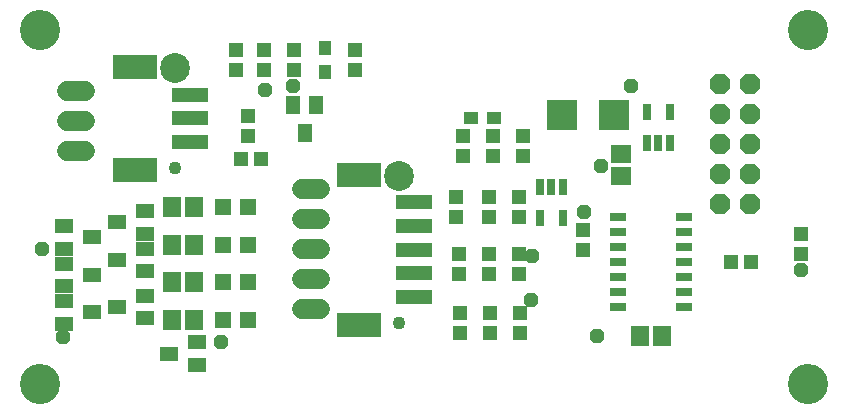
<source format=gbr>
G04 EAGLE Gerber RS-274X export*
G75*
%MOMM*%
%FSLAX34Y34*%
%LPD*%
%INSoldermask Top*%
%IPPOS*%
%AMOC8*
5,1,8,0,0,1.08239X$1,22.5*%
G01*
%ADD10C,3.403200*%
%ADD11R,1.303200X1.203200*%
%ADD12R,1.203200X1.303200*%
%ADD13R,1.403200X0.803200*%
%ADD14R,2.603200X2.603200*%
%ADD15R,1.703200X1.503200*%
%ADD16P,1.869504X8X112.500000*%
%ADD17R,1.503200X1.703200*%
%ADD18R,1.603200X1.203200*%
%ADD19R,1.203200X1.603200*%
%ADD20R,1.403200X1.403200*%
%ADD21R,1.203200X1.003200*%
%ADD22R,1.003200X1.203200*%
%ADD23C,1.727200*%
%ADD24R,0.753200X1.403200*%
%ADD25R,3.103200X1.203200*%
%ADD26R,3.803200X2.003200*%
%ADD27C,2.529200*%
%ADD28C,1.103200*%
%ADD29P,1.309259X8X22.500000*%


D10*
X25000Y325000D03*
X25000Y25000D03*
X675000Y25000D03*
X675000Y325000D03*
D11*
X377150Y183550D03*
X377150Y166550D03*
X379150Y118450D03*
X379150Y135450D03*
X380150Y68350D03*
X380150Y85350D03*
D12*
X430950Y68350D03*
X430950Y85350D03*
X429950Y118450D03*
X429950Y135450D03*
X429950Y166550D03*
X429950Y183550D03*
D11*
X405550Y68350D03*
X405550Y85350D03*
X404550Y118450D03*
X404550Y135450D03*
X404550Y166550D03*
X404550Y183550D03*
D13*
X569950Y89900D03*
X569950Y102600D03*
X569950Y115300D03*
X569950Y128000D03*
X569950Y140700D03*
X569950Y153400D03*
X569950Y166100D03*
X513950Y166100D03*
X513950Y153400D03*
X513950Y140700D03*
X513950Y128000D03*
X513950Y115300D03*
X513950Y102600D03*
X513950Y89900D03*
D11*
X383150Y234650D03*
X383150Y217650D03*
D12*
X433950Y234650D03*
X433950Y217650D03*
D11*
X408550Y234650D03*
X408550Y217650D03*
D14*
X466650Y253200D03*
X510650Y253200D03*
D12*
X626650Y128000D03*
X609650Y128000D03*
D15*
X516550Y220050D03*
X516550Y201050D03*
D16*
X625850Y177800D03*
X600450Y177800D03*
X625850Y203200D03*
X600450Y203200D03*
X625850Y228600D03*
X600450Y228600D03*
X625850Y254000D03*
X600450Y254000D03*
X625850Y279400D03*
X600450Y279400D03*
D17*
X551450Y65850D03*
X532450Y65850D03*
D18*
X89600Y161950D03*
X113600Y171450D03*
X113600Y152450D03*
X89600Y130200D03*
X113600Y139700D03*
X113600Y120700D03*
X89600Y90450D03*
X113600Y99950D03*
X113600Y80950D03*
D17*
X155550Y174650D03*
X136550Y174650D03*
X155550Y142900D03*
X136550Y142900D03*
X155550Y111150D03*
X136550Y111150D03*
X155550Y79400D03*
X136550Y79400D03*
D11*
X240100Y307950D03*
X240100Y290950D03*
X201100Y234800D03*
X201100Y251800D03*
D12*
X668950Y152200D03*
X668950Y135200D03*
D11*
X191010Y308090D03*
X191010Y291090D03*
X291200Y290950D03*
X291200Y307950D03*
D19*
X248850Y237650D03*
X239350Y261650D03*
X258350Y261650D03*
D18*
X134050Y50830D03*
X158050Y60330D03*
X158050Y41330D03*
X69150Y85750D03*
X45150Y76250D03*
X45150Y95250D03*
X69150Y117500D03*
X45150Y108000D03*
X45150Y127000D03*
X69150Y149250D03*
X45150Y139750D03*
X45150Y158750D03*
D20*
X180000Y174650D03*
X201000Y174650D03*
X180000Y142900D03*
X201000Y142900D03*
X180000Y111150D03*
X201000Y111150D03*
X180000Y79400D03*
X201000Y79400D03*
D21*
X389550Y249900D03*
X409550Y249900D03*
D22*
X266150Y289450D03*
X266150Y309450D03*
D23*
X261620Y190500D02*
X246380Y190500D01*
X246380Y165100D02*
X261620Y165100D01*
X261620Y139700D02*
X246380Y139700D01*
X246380Y114300D02*
X261620Y114300D01*
X261620Y88900D02*
X246380Y88900D01*
D12*
X484450Y138550D03*
X484450Y155550D03*
D23*
X63170Y273050D02*
X47930Y273050D01*
X47930Y247650D02*
X63170Y247650D01*
X63170Y222250D02*
X47930Y222250D01*
D12*
X211700Y215900D03*
X194700Y215900D03*
D24*
X538800Y229299D03*
X548300Y229299D03*
X557800Y229299D03*
X557800Y255301D03*
X538800Y255301D03*
X467200Y191401D03*
X457700Y191401D03*
X448200Y191401D03*
X448200Y165399D03*
X467200Y165399D03*
D11*
X214700Y290950D03*
X214700Y307950D03*
D25*
X151890Y229870D03*
X151890Y249870D03*
X151890Y269870D03*
D26*
X105390Y293370D03*
X105390Y206370D03*
D27*
X139390Y292370D03*
D28*
X139390Y207870D03*
D25*
X341350Y98750D03*
X341350Y118750D03*
X341350Y138750D03*
D26*
X294850Y202250D03*
X294850Y75250D03*
D25*
X341350Y158750D03*
X341350Y178750D03*
D27*
X328850Y201250D03*
D28*
X328850Y76750D03*
D29*
X177800Y60350D03*
X440650Y95900D03*
X441650Y133300D03*
X485750Y170800D03*
X525050Y277700D03*
X239150Y277050D03*
X44450Y64520D03*
X26750Y139550D03*
X500000Y209200D03*
X496550Y65850D03*
X668950Y121300D03*
X215380Y274050D03*
M02*

</source>
